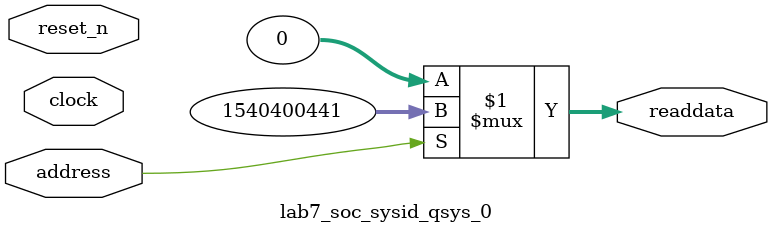
<source format=v>



// synthesis translate_off
`timescale 1ns / 1ps
// synthesis translate_on

// turn off superfluous verilog processor warnings 
// altera message_level Level1 
// altera message_off 10034 10035 10036 10037 10230 10240 10030 

module lab7_soc_sysid_qsys_0 (
               // inputs:
                address,
                clock,
                reset_n,

               // outputs:
                readdata
             )
;

  output  [ 31: 0] readdata;
  input            address;
  input            clock;
  input            reset_n;

  wire    [ 31: 0] readdata;
  //control_slave, which is an e_avalon_slave
  assign readdata = address ? 1540400441 : 0;

endmodule



</source>
